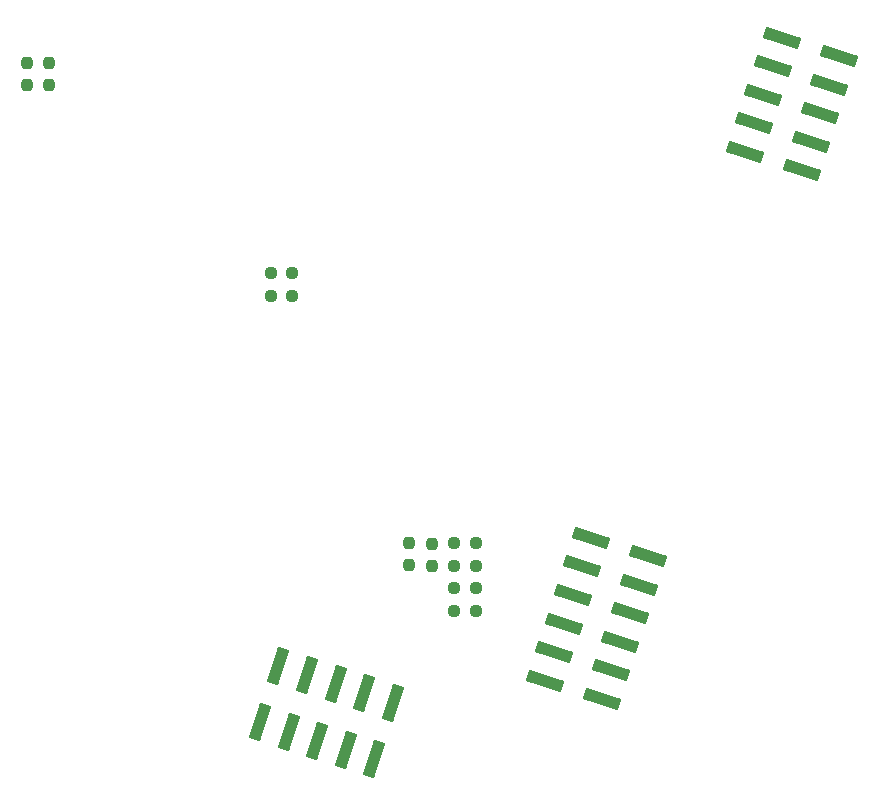
<source format=gbr>
%TF.GenerationSoftware,KiCad,Pcbnew,(6.0.2)*%
%TF.CreationDate,2022-05-01T12:50:51-07:00*%
%TF.ProjectId,controller,636f6e74-726f-46c6-9c65-722e6b696361,rev?*%
%TF.SameCoordinates,Original*%
%TF.FileFunction,Paste,Top*%
%TF.FilePolarity,Positive*%
%FSLAX46Y46*%
G04 Gerber Fmt 4.6, Leading zero omitted, Abs format (unit mm)*
G04 Created by KiCad (PCBNEW (6.0.2)) date 2022-05-01 12:50:51*
%MOMM*%
%LPD*%
G01*
G04 APERTURE LIST*
G04 Aperture macros list*
%AMRoundRect*
0 Rectangle with rounded corners*
0 $1 Rounding radius*
0 $2 $3 $4 $5 $6 $7 $8 $9 X,Y pos of 4 corners*
0 Add a 4 corners polygon primitive as box body*
4,1,4,$2,$3,$4,$5,$6,$7,$8,$9,$2,$3,0*
0 Add four circle primitives for the rounded corners*
1,1,$1+$1,$2,$3*
1,1,$1+$1,$4,$5*
1,1,$1+$1,$6,$7*
1,1,$1+$1,$8,$9*
0 Add four rect primitives between the rounded corners*
20,1,$1+$1,$2,$3,$4,$5,0*
20,1,$1+$1,$4,$5,$6,$7,0*
20,1,$1+$1,$6,$7,$8,$9,0*
20,1,$1+$1,$8,$9,$2,$3,0*%
%AMRotRect*
0 Rectangle, with rotation*
0 The origin of the aperture is its center*
0 $1 length*
0 $2 width*
0 $3 Rotation angle, in degrees counterclockwise*
0 Add horizontal line*
21,1,$1,$2,0,0,$3*%
G04 Aperture macros list end*
%ADD10RoundRect,0.237500X-0.237500X0.250000X-0.237500X-0.250000X0.237500X-0.250000X0.237500X0.250000X0*%
%ADD11RoundRect,0.237500X-0.250000X-0.237500X0.250000X-0.237500X0.250000X0.237500X-0.250000X0.237500X0*%
%ADD12RoundRect,0.237500X0.237500X-0.250000X0.237500X0.250000X-0.237500X0.250000X-0.237500X-0.250000X0*%
%ADD13RotRect,3.150000X1.000000X162.000000*%
%ADD14RotRect,3.150000X1.000000X252.000000*%
%ADD15RoundRect,0.237500X0.250000X0.237500X-0.250000X0.237500X-0.250000X-0.237500X0.250000X-0.237500X0*%
G04 APERTURE END LIST*
D10*
%TO.C,R6*%
X120015000Y-61595000D03*
X120015000Y-63420000D03*
%TD*%
D11*
%TO.C,R15*%
X138787500Y-79375000D03*
X140612500Y-79375000D03*
%TD*%
D12*
%TO.C,R21*%
X150495000Y-104060000D03*
X150495000Y-102235000D03*
%TD*%
D13*
%TO.C,J2*%
X183722932Y-70651219D03*
X178920097Y-69090683D03*
X184507836Y-68235535D03*
X179705000Y-66675000D03*
X185292739Y-65819852D03*
X180489903Y-64259316D03*
X186077642Y-63404168D03*
X181274806Y-61843633D03*
X186862545Y-60988485D03*
X182059710Y-59427949D03*
%TD*%
D14*
%TO.C,J3*%
X149100684Y-115719904D03*
X147540148Y-120522739D03*
X146685000Y-114935000D03*
X145124465Y-119737836D03*
X144269317Y-114150097D03*
X142708781Y-118952933D03*
X141853633Y-113365194D03*
X140293098Y-118168030D03*
X139437950Y-112580291D03*
X137877414Y-117383126D03*
%TD*%
D11*
%TO.C,R16*%
X138787500Y-81280000D03*
X140612500Y-81280000D03*
%TD*%
D15*
%TO.C,R14*%
X156130000Y-102235000D03*
X154305000Y-102235000D03*
%TD*%
D10*
%TO.C,R7*%
X118110000Y-61595000D03*
X118110000Y-63420000D03*
%TD*%
D11*
%TO.C,R17*%
X154305000Y-107950000D03*
X156130000Y-107950000D03*
%TD*%
D12*
%TO.C,R20*%
X152400000Y-104140000D03*
X152400000Y-102315000D03*
%TD*%
D13*
%TO.C,J1*%
X166809160Y-115404477D03*
X162006324Y-113843941D03*
X167594063Y-112988793D03*
X162791228Y-111428257D03*
X168378966Y-110573110D03*
X163576131Y-109012574D03*
X169163869Y-108157426D03*
X164361034Y-106596890D03*
X169948772Y-105741743D03*
X165145937Y-104181207D03*
X170733676Y-103326059D03*
X165930840Y-101765523D03*
%TD*%
D11*
%TO.C,R13*%
X154305000Y-104140000D03*
X156130000Y-104140000D03*
%TD*%
%TO.C,R18*%
X154305000Y-106045000D03*
X156130000Y-106045000D03*
%TD*%
M02*

</source>
